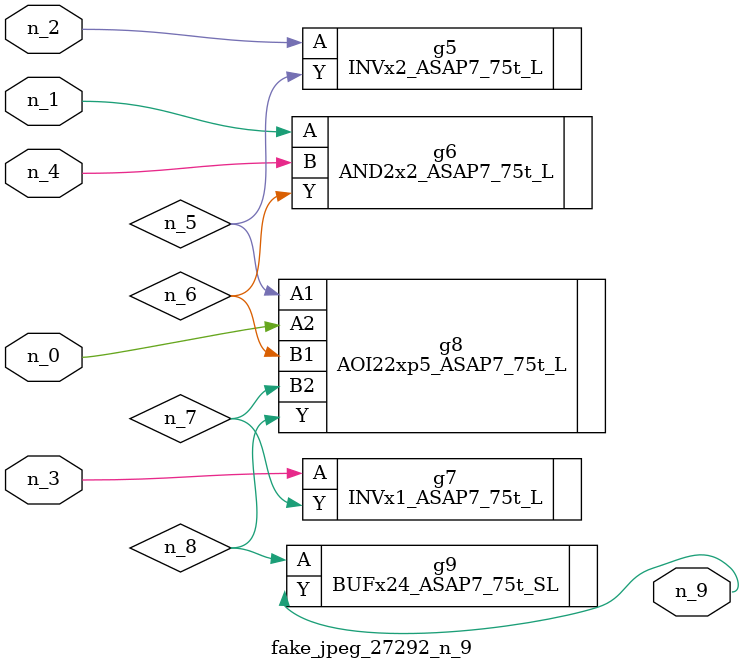
<source format=v>
module fake_jpeg_27292_n_9 (n_3, n_2, n_1, n_0, n_4, n_9);

input n_3;
input n_2;
input n_1;
input n_0;
input n_4;

output n_9;

wire n_8;
wire n_6;
wire n_5;
wire n_7;

INVx2_ASAP7_75t_L g5 ( 
.A(n_2),
.Y(n_5)
);

AND2x2_ASAP7_75t_L g6 ( 
.A(n_1),
.B(n_4),
.Y(n_6)
);

INVx1_ASAP7_75t_L g7 ( 
.A(n_3),
.Y(n_7)
);

AOI22xp5_ASAP7_75t_L g8 ( 
.A1(n_5),
.A2(n_0),
.B1(n_6),
.B2(n_7),
.Y(n_8)
);

BUFx24_ASAP7_75t_SL g9 ( 
.A(n_8),
.Y(n_9)
);


endmodule
</source>
